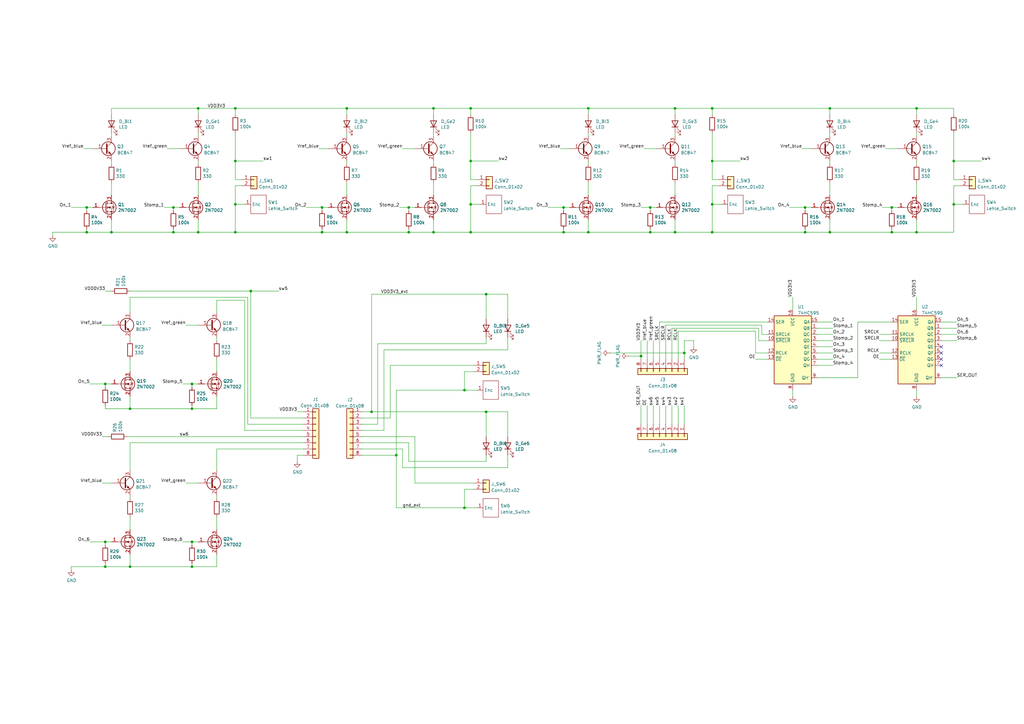
<source format=kicad_sch>
(kicad_sch (version 20211123) (generator eeschema)
  (paper "A3")
  (junction (at 43.18 222.25))
  (junction (at 280.67 144.78))
  (junction (at 199.39 168.91))
  (junction (at 193.04 66.04))
  (junction (at 35.56 95.25))
  (junction (at 81.28 95.25))
  (junction (at 96.52 95.25))
  (junction (at 167.64 85.09))
  (junction (at 132.08 85.09))
  (junction (at 102.87 119.38))
  (junction (at 96.52 44.45))
  (junction (at 71.12 95.25))
  (junction (at 375.92 44.45))
  (junction (at 96.52 83.82))
  (junction (at 43.18 232.41))
  (junction (at 340.36 44.45))
  (junction (at 193.04 83.82))
  (junction (at 152.4 168.91))
  (junction (at 292.1 83.82))
  (junction (at 78.74 222.25))
  (junction (at 193.04 95.25))
  (junction (at 190.5 208.28))
  (junction (at 340.36 95.25))
  (junction (at 241.3 95.25))
  (junction (at 391.16 83.82))
  (junction (at 96.52 66.04))
  (junction (at 266.7 95.25))
  (junction (at 231.14 85.09))
  (junction (at 262.89 146.05))
  (junction (at 81.28 44.45))
  (junction (at 177.8 95.25))
  (junction (at 78.74 167.64))
  (junction (at 71.12 85.09))
  (junction (at 292.1 44.45))
  (junction (at 45.72 95.25))
  (junction (at 190.5 160.02))
  (junction (at 162.56 186.69))
  (junction (at 53.34 167.64))
  (junction (at 132.08 95.25))
  (junction (at 35.56 85.09))
  (junction (at 330.2 85.09))
  (junction (at 43.18 157.48))
  (junction (at 292.1 66.04))
  (junction (at 241.3 44.45))
  (junction (at 266.7 85.09))
  (junction (at 365.76 95.25))
  (junction (at 292.1 95.25))
  (junction (at 330.2 95.25))
  (junction (at 193.04 44.45))
  (junction (at 391.16 66.04))
  (junction (at 365.76 85.09))
  (junction (at 199.39 120.65))
  (junction (at 142.24 44.45))
  (junction (at 231.14 95.25))
  (junction (at 78.74 157.48))
  (junction (at 276.86 95.25))
  (junction (at 167.64 95.25))
  (junction (at 177.8 44.45))
  (junction (at 142.24 95.25))
  (junction (at 78.74 232.41))
  (junction (at 276.86 44.45))
  (junction (at 53.34 232.41))
  (junction (at 375.92 95.25))
  (no_connect (at 386.08 142.24))
  (no_connect (at 386.08 144.78))
  (no_connect (at 386.08 147.32))
  (no_connect (at 386.08 149.86))
  (wire (pts (xy 100.33 123.19) (xy 100.33 176.53)))
  (wire (pts (xy 121.92 186.69) (xy 124.46 186.69)))
  (wire (pts (xy 309.88 147.32) (xy 314.96 147.32)))
  (wire (pts (xy 273.05 166.37) (xy 273.05 173.99)))
  (wire (pts (xy 391.16 73.66) (xy 393.7 73.66)))
  (wire (pts (xy 267.97 139.7) (xy 267.97 147.32)))
  (wire (pts (xy 241.3 44.45) (xy 241.3 46.99)))
  (wire (pts (xy 73.66 85.09) (xy 71.12 85.09)))
  (wire (pts (xy 165.1 184.15) (xy 148.59 184.15)))
  (wire (pts (xy 264.16 60.96) (xy 269.24 60.96)))
  (wire (pts (xy 45.72 54.61) (xy 45.72 55.88)))
  (wire (pts (xy 233.68 85.09) (xy 231.14 85.09)))
  (wire (pts (xy 208.28 191.77) (xy 165.1 191.77)))
  (wire (pts (xy 35.56 86.36) (xy 35.56 85.09)))
  (wire (pts (xy 193.04 76.2) (xy 193.04 83.82)))
  (wire (pts (xy 360.68 147.32) (xy 365.76 147.32)))
  (wire (pts (xy 391.16 83.82) (xy 391.16 95.25)))
  (wire (pts (xy 193.04 83.82) (xy 196.85 83.82)))
  (wire (pts (xy 365.76 93.98) (xy 365.76 95.25)))
  (wire (pts (xy 177.8 54.61) (xy 177.8 55.88)))
  (wire (pts (xy 88.9 184.15) (xy 88.9 193.04)))
  (wire (pts (xy 332.74 85.09) (xy 330.2 85.09)))
  (wire (pts (xy 335.28 149.86) (xy 341.63 149.86)))
  (wire (pts (xy 53.34 232.41) (xy 78.74 232.41)))
  (wire (pts (xy 21.59 96.52) (xy 21.59 95.25)))
  (wire (pts (xy 391.16 54.61) (xy 391.16 66.04)))
  (wire (pts (xy 88.9 147.32) (xy 88.9 152.4)))
  (wire (pts (xy 177.8 66.04) (xy 177.8 67.31)))
  (wire (pts (xy 53.34 147.32) (xy 53.34 152.4)))
  (wire (pts (xy 45.72 74.93) (xy 45.72 80.01)))
  (wire (pts (xy 88.9 227.33) (xy 88.9 232.41)))
  (wire (pts (xy 208.28 168.91) (xy 208.28 179.07)))
  (wire (pts (xy 78.74 232.41) (xy 88.9 232.41)))
  (wire (pts (xy 53.34 181.61) (xy 124.46 181.61)))
  (wire (pts (xy 199.39 168.91) (xy 199.39 179.07)))
  (wire (pts (xy 199.39 186.69) (xy 199.39 189.23)))
  (wire (pts (xy 43.18 222.25) (xy 36.83 222.25)))
  (wire (pts (xy 351.79 132.08) (xy 365.76 132.08)))
  (wire (pts (xy 314.96 139.7) (xy 311.15 139.7)))
  (wire (pts (xy 96.52 44.45) (xy 142.24 44.45)))
  (wire (pts (xy 193.04 66.04) (xy 193.04 73.66)))
  (wire (pts (xy 165.1 191.77) (xy 165.1 184.15)))
  (wire (pts (xy 250.19 144.78) (xy 280.67 144.78)))
  (wire (pts (xy 241.3 74.93) (xy 241.3 80.01)))
  (wire (pts (xy 292.1 66.04) (xy 303.53 66.04)))
  (wire (pts (xy 266.7 85.09) (xy 262.89 85.09)))
  (wire (pts (xy 292.1 44.45) (xy 340.36 44.45)))
  (wire (pts (xy 340.36 46.99) (xy 340.36 44.45)))
  (wire (pts (xy 81.28 44.45) (xy 96.52 44.45)))
  (wire (pts (xy 43.18 157.48) (xy 36.83 157.48)))
  (wire (pts (xy 96.52 66.04) (xy 96.52 73.66)))
  (wire (pts (xy 273.05 133.35) (xy 312.42 133.35)))
  (wire (pts (xy 121.92 168.91) (xy 124.46 168.91)))
  (wire (pts (xy 270.51 166.37) (xy 270.51 173.99)))
  (wire (pts (xy 162.56 160.02) (xy 162.56 186.69)))
  (wire (pts (xy 177.8 46.99) (xy 177.8 44.45)))
  (wire (pts (xy 375.92 66.04) (xy 375.92 67.31)))
  (wire (pts (xy 53.34 212.09) (xy 53.34 217.17)))
  (wire (pts (xy 193.04 95.25) (xy 177.8 95.25)))
  (wire (pts (xy 45.72 222.25) (xy 43.18 222.25)))
  (wire (pts (xy 148.59 168.91) (xy 152.4 168.91)))
  (wire (pts (xy 365.76 95.25) (xy 375.92 95.25)))
  (wire (pts (xy 292.1 83.82) (xy 292.1 95.25)))
  (wire (pts (xy 190.5 152.4) (xy 190.5 160.02)))
  (wire (pts (xy 53.34 119.38) (xy 102.87 119.38)))
  (wire (pts (xy 292.1 44.45) (xy 292.1 46.99)))
  (wire (pts (xy 170.18 179.07) (xy 148.59 179.07)))
  (wire (pts (xy 167.64 86.36) (xy 167.64 85.09)))
  (wire (pts (xy 38.1 85.09) (xy 35.56 85.09)))
  (wire (pts (xy 43.18 231.14) (xy 43.18 232.41)))
  (wire (pts (xy 88.9 203.2) (xy 88.9 204.47)))
  (wire (pts (xy 53.34 121.92) (xy 101.6 121.92)))
  (wire (pts (xy 208.28 120.65) (xy 208.28 130.81)))
  (wire (pts (xy 276.86 74.93) (xy 276.86 80.01)))
  (wire (pts (xy 275.59 166.37) (xy 275.59 173.99)))
  (wire (pts (xy 292.1 95.25) (xy 330.2 95.25)))
  (wire (pts (xy 391.16 66.04) (xy 402.59 66.04)))
  (wire (pts (xy 280.67 144.78) (xy 280.67 147.32)))
  (wire (pts (xy 132.08 93.98) (xy 132.08 95.25)))
  (wire (pts (xy 53.34 167.64) (xy 43.18 167.64)))
  (wire (pts (xy 231.14 93.98) (xy 231.14 95.25)))
  (wire (pts (xy 78.74 158.75) (xy 78.74 157.48)))
  (wire (pts (xy 386.08 134.62) (xy 392.43 134.62)))
  (wire (pts (xy 194.31 200.66) (xy 190.5 200.66)))
  (wire (pts (xy 162.56 160.02) (xy 190.5 160.02)))
  (wire (pts (xy 53.34 121.92) (xy 53.34 128.27)))
  (wire (pts (xy 152.4 120.65) (xy 199.39 120.65)))
  (wire (pts (xy 41.91 133.35) (xy 45.72 133.35)))
  (wire (pts (xy 325.12 121.92) (xy 325.12 127)))
  (wire (pts (xy 41.91 179.07) (xy 44.45 179.07)))
  (wire (pts (xy 368.3 85.09) (xy 365.76 85.09)))
  (wire (pts (xy 391.16 76.2) (xy 391.16 83.82)))
  (wire (pts (xy 167.64 93.98) (xy 167.64 95.25)))
  (wire (pts (xy 165.1 60.96) (xy 170.18 60.96)))
  (wire (pts (xy 292.1 76.2) (xy 292.1 83.82)))
  (wire (pts (xy 386.08 137.16) (xy 392.43 137.16)))
  (wire (pts (xy 262.89 166.37) (xy 262.89 173.99)))
  (wire (pts (xy 340.36 95.25) (xy 330.2 95.25)))
  (wire (pts (xy 162.56 208.28) (xy 190.5 208.28)))
  (wire (pts (xy 96.52 95.25) (xy 81.28 95.25)))
  (wire (pts (xy 96.52 83.82) (xy 96.52 95.25)))
  (wire (pts (xy 351.79 154.94) (xy 351.79 132.08)))
  (wire (pts (xy 292.1 54.61) (xy 292.1 66.04)))
  (wire (pts (xy 193.04 95.25) (xy 231.14 95.25)))
  (wire (pts (xy 78.74 223.52) (xy 78.74 222.25)))
  (wire (pts (xy 43.18 119.38) (xy 45.72 119.38)))
  (wire (pts (xy 194.31 149.86) (xy 160.02 149.86)))
  (wire (pts (xy 88.9 123.19) (xy 88.9 128.27)))
  (wire (pts (xy 142.24 95.25) (xy 132.08 95.25)))
  (wire (pts (xy 292.1 66.04) (xy 292.1 73.66)))
  (wire (pts (xy 391.16 83.82) (xy 394.97 83.82)))
  (wire (pts (xy 335.28 147.32) (xy 341.63 147.32)))
  (wire (pts (xy 309.88 144.78) (xy 314.96 144.78)))
  (wire (pts (xy 45.72 66.04) (xy 45.72 67.31)))
  (wire (pts (xy 262.89 146.05) (xy 262.89 147.32)))
  (wire (pts (xy 386.08 154.94) (xy 392.43 154.94)))
  (wire (pts (xy 29.21 233.68) (xy 29.21 232.41)))
  (wire (pts (xy 241.3 95.25) (xy 266.7 95.25)))
  (wire (pts (xy 199.39 138.43) (xy 199.39 140.97)))
  (wire (pts (xy 335.28 132.08) (xy 341.63 132.08)))
  (wire (pts (xy 280.67 166.37) (xy 280.67 173.99)))
  (wire (pts (xy 391.16 66.04) (xy 391.16 73.66)))
  (wire (pts (xy 142.24 90.17) (xy 142.24 95.25)))
  (wire (pts (xy 340.36 44.45) (xy 375.92 44.45)))
  (wire (pts (xy 280.67 139.7) (xy 280.67 144.78)))
  (wire (pts (xy 170.18 85.09) (xy 167.64 85.09)))
  (wire (pts (xy 276.86 90.17) (xy 276.86 95.25)))
  (wire (pts (xy 34.29 60.96) (xy 38.1 60.96)))
  (wire (pts (xy 71.12 95.25) (xy 81.28 95.25)))
  (wire (pts (xy 81.28 157.48) (xy 78.74 157.48)))
  (wire (pts (xy 365.76 86.36) (xy 365.76 85.09)))
  (wire (pts (xy 167.64 181.61) (xy 148.59 181.61)))
  (wire (pts (xy 43.18 158.75) (xy 43.18 157.48)))
  (wire (pts (xy 78.74 157.48) (xy 74.93 157.48)))
  (wire (pts (xy 167.64 85.09) (xy 163.83 85.09)))
  (wire (pts (xy 190.5 200.66) (xy 190.5 208.28)))
  (wire (pts (xy 265.43 166.37) (xy 265.43 173.99)))
  (wire (pts (xy 162.56 186.69) (xy 162.56 208.28)))
  (wire (pts (xy 96.52 76.2) (xy 96.52 83.82)))
  (wire (pts (xy 199.39 120.65) (xy 199.39 130.81)))
  (wire (pts (xy 71.12 86.36) (xy 71.12 85.09)))
  (wire (pts (xy 199.39 120.65) (xy 208.28 120.65)))
  (wire (pts (xy 335.28 139.7) (xy 341.63 139.7)))
  (wire (pts (xy 340.36 66.04) (xy 340.36 67.31)))
  (wire (pts (xy 340.36 54.61) (xy 340.36 55.88)))
  (wire (pts (xy 41.91 198.12) (xy 45.72 198.12)))
  (wire (pts (xy 375.92 74.93) (xy 375.92 80.01)))
  (wire (pts (xy 148.59 173.99) (xy 154.94 173.99)))
  (wire (pts (xy 309.88 135.89) (xy 309.88 144.78)))
  (wire (pts (xy 276.86 46.99) (xy 276.86 44.45)))
  (wire (pts (xy 231.14 86.36) (xy 231.14 85.09)))
  (wire (pts (xy 71.12 85.09) (xy 67.31 85.09)))
  (wire (pts (xy 267.97 166.37) (xy 267.97 173.99)))
  (wire (pts (xy 273.05 133.35) (xy 273.05 147.32)))
  (wire (pts (xy 360.68 139.7) (xy 365.76 139.7)))
  (wire (pts (xy 278.13 166.37) (xy 278.13 173.99)))
  (wire (pts (xy 152.4 120.65) (xy 152.4 168.91)))
  (wire (pts (xy 88.9 162.56) (xy 88.9 167.64)))
  (wire (pts (xy 68.58 60.96) (xy 73.66 60.96)))
  (wire (pts (xy 193.04 83.82) (xy 193.04 95.25)))
  (wire (pts (xy 363.22 60.96) (xy 368.3 60.96)))
  (wire (pts (xy 160.02 149.86) (xy 160.02 171.45)))
  (wire (pts (xy 102.87 119.38) (xy 102.87 171.45)))
  (wire (pts (xy 311.15 139.7) (xy 311.15 134.62)))
  (wire (pts (xy 278.13 135.89) (xy 309.88 135.89)))
  (wire (pts (xy 132.08 86.36) (xy 132.08 85.09)))
  (wire (pts (xy 142.24 54.61) (xy 142.24 55.88)))
  (wire (pts (xy 148.59 176.53) (xy 157.48 176.53)))
  (wire (pts (xy 190.5 160.02) (xy 195.58 160.02)))
  (wire (pts (xy 81.28 90.17) (xy 81.28 95.25)))
  (wire (pts (xy 43.18 223.52) (xy 43.18 222.25)))
  (wire (pts (xy 96.52 73.66) (xy 99.06 73.66)))
  (wire (pts (xy 81.28 54.61) (xy 81.28 55.88)))
  (wire (pts (xy 53.34 203.2) (xy 53.34 204.47)))
  (wire (pts (xy 241.3 44.45) (xy 276.86 44.45)))
  (wire (pts (xy 53.34 162.56) (xy 53.34 167.64)))
  (wire (pts (xy 193.04 54.61) (xy 193.04 66.04)))
  (wire (pts (xy 241.3 95.25) (xy 231.14 95.25)))
  (wire (pts (xy 81.28 222.25) (xy 78.74 222.25)))
  (wire (pts (xy 330.2 86.36) (xy 330.2 85.09)))
  (wire (pts (xy 167.64 181.61) (xy 167.64 189.23)))
  (wire (pts (xy 45.72 157.48) (xy 43.18 157.48)))
  (wire (pts (xy 284.48 142.24) (xy 284.48 139.7)))
  (wire (pts (xy 142.24 46.99) (xy 142.24 44.45)))
  (wire (pts (xy 190.5 208.28) (xy 195.58 208.28)))
  (wire (pts (xy 101.6 121.92) (xy 101.6 173.99)))
  (wire (pts (xy 275.59 134.62) (xy 275.59 147.32)))
  (wire (pts (xy 292.1 83.82) (xy 295.91 83.82)))
  (wire (pts (xy 81.28 66.04) (xy 81.28 67.31)))
  (wire (pts (xy 71.12 93.98) (xy 71.12 95.25)))
  (wire (pts (xy 340.36 74.93) (xy 340.36 80.01)))
  (wire (pts (xy 208.28 186.69) (xy 208.28 191.77)))
  (wire (pts (xy 330.2 85.09) (xy 323.85 85.09)))
  (wire (pts (xy 53.34 227.33) (xy 53.34 232.41)))
  (wire (pts (xy 266.7 86.36) (xy 266.7 85.09)))
  (wire (pts (xy 330.2 93.98) (xy 330.2 95.25)))
  (wire (pts (xy 335.28 144.78) (xy 341.63 144.78)))
  (wire (pts (xy 53.34 232.41) (xy 43.18 232.41)))
  (wire (pts (xy 78.74 231.14) (xy 78.74 232.41)))
  (wire (pts (xy 193.04 44.45) (xy 241.3 44.45)))
  (wire (pts (xy 393.7 76.2) (xy 391.16 76.2)))
  (wire (pts (xy 365.76 85.09) (xy 361.95 85.09)))
  (wire (pts (xy 241.3 66.04) (xy 241.3 67.31)))
  (wire (pts (xy 375.92 46.99) (xy 375.92 44.45)))
  (wire (pts (xy 360.68 137.16) (xy 365.76 137.16)))
  (wire (pts (xy 99.06 76.2) (xy 96.52 76.2)))
  (wire (pts (xy 96.52 44.45) (xy 96.52 46.99)))
  (wire (pts (xy 88.9 123.19) (xy 100.33 123.19)))
  (wire (pts (xy 276.86 44.45) (xy 292.1 44.45)))
  (wire (pts (xy 199.39 168.91) (xy 208.28 168.91)))
  (wire (pts (xy 167.64 95.25) (xy 177.8 95.25)))
  (wire (pts (xy 257.81 146.05) (xy 262.89 146.05)))
  (wire (pts (xy 335.28 142.24) (xy 341.63 142.24)))
  (wire (pts (xy 45.72 95.25) (xy 71.12 95.25)))
  (wire (pts (xy 102.87 171.45) (xy 124.46 171.45)))
  (wire (pts (xy 148.59 186.69) (xy 162.56 186.69)))
  (wire (pts (xy 43.18 166.37) (xy 43.18 167.64)))
  (wire (pts (xy 177.8 74.93) (xy 177.8 80.01)))
  (wire (pts (xy 269.24 85.09) (xy 266.7 85.09)))
  (wire (pts (xy 312.42 133.35) (xy 312.42 137.16)))
  (wire (pts (xy 335.28 154.94) (xy 351.79 154.94)))
  (wire (pts (xy 335.28 137.16) (xy 341.63 137.16)))
  (wire (pts (xy 276.86 66.04) (xy 276.86 67.31)))
  (wire (pts (xy 35.56 95.25) (xy 21.59 95.25)))
  (wire (pts (xy 88.9 138.43) (xy 88.9 139.7)))
  (wire (pts (xy 96.52 54.61) (xy 96.52 66.04)))
  (wire (pts (xy 265.43 139.7) (xy 265.43 147.32)))
  (wire (pts (xy 53.34 138.43) (xy 53.34 139.7)))
  (wire (pts (xy 81.28 46.99) (xy 81.28 44.45)))
  (wire (pts (xy 229.87 60.96) (xy 233.68 60.96)))
  (wire (pts (xy 328.93 60.96) (xy 332.74 60.96)))
  (wire (pts (xy 177.8 44.45) (xy 193.04 44.45)))
  (wire (pts (xy 81.28 74.93) (xy 81.28 80.01)))
  (wire (pts (xy 88.9 184.15) (xy 124.46 184.15)))
  (wire (pts (xy 386.08 132.08) (xy 392.43 132.08)))
  (wire (pts (xy 53.34 167.64) (xy 78.74 167.64)))
  (wire (pts (xy 88.9 212.09) (xy 88.9 217.17)))
  (wire (pts (xy 76.2 133.35) (xy 81.28 133.35)))
  (wire (pts (xy 386.08 139.7) (xy 392.43 139.7)))
  (wire (pts (xy 121.92 189.23) (xy 121.92 186.69)))
  (wire (pts (xy 152.4 168.91) (xy 199.39 168.91)))
  (wire (pts (xy 170.18 198.12) (xy 170.18 179.07)))
  (wire (pts (xy 132.08 85.09) (xy 125.73 85.09)))
  (wire (pts (xy 391.16 44.45) (xy 391.16 46.99)))
  (wire (pts (xy 52.07 179.07) (xy 124.46 179.07)))
  (wire (pts (xy 45.72 46.99) (xy 45.72 44.45)))
  (wire (pts (xy 280.67 139.7) (xy 284.48 139.7)))
  (wire (pts (xy 340.36 90.17) (xy 340.36 95.25)))
  (wire (pts (xy 266.7 93.98) (xy 266.7 95.25)))
  (wire (pts (xy 154.94 140.97) (xy 199.39 140.97)))
  (wire (pts (xy 142.24 95.25) (xy 167.64 95.25)))
  (wire (pts (xy 194.31 198.12) (xy 170.18 198.12)))
  (wire (pts (xy 276.86 54.61) (xy 276.86 55.88)))
  (wire (pts (xy 375.92 162.56) (xy 375.92 160.02)))
  (wire (pts (xy 193.04 66.04) (xy 204.47 66.04)))
  (wire (pts (xy 292.1 73.66) (xy 294.64 73.66)))
  (wire (pts (xy 35.56 93.98) (xy 35.56 95.25)))
  (wire (pts (xy 134.62 85.09) (xy 132.08 85.09)))
  (wire (pts (xy 335.28 134.62) (xy 341.63 134.62)))
  (wire (pts (xy 96.52 95.25) (xy 132.08 95.25)))
  (wire (pts (xy 262.89 139.7) (xy 262.89 146.05)))
  (wire (pts (xy 142.24 66.04) (xy 142.24 67.31)))
  (wire (pts (xy 194.31 152.4) (xy 190.5 152.4)))
  (wire (pts (xy 208.28 138.43) (xy 208.28 143.51)))
  (wire (pts (xy 241.3 54.61) (xy 241.3 55.88)))
  (wire (pts (xy 193.04 44.45) (xy 193.04 46.99)))
  (wire (pts (xy 142.24 74.93) (xy 142.24 80.01)))
  (wire (pts (xy 314.96 132.08) (xy 270.51 132.08)))
  (wire (pts (xy 312.42 137.16) (xy 314.96 137.16)))
  (wire (pts (xy 278.13 135.89) (xy 278.13 147.32)))
  (wire (pts (xy 130.81 60.96) (xy 134.62 60.96)))
  (wire (pts (xy 193.04 73.66) (xy 195.58 73.66)))
  (wire (pts (xy 231.14 85.09) (xy 224.79 85.09)))
  (wire (pts (xy 35.56 85.09) (xy 29.21 85.09)))
  (wire (pts (xy 241.3 90.17) (xy 241.3 95.25)))
  (wire (pts (xy 266.7 95.25) (xy 276.86 95.25)))
  (wire (pts (xy 391.16 95.25) (xy 375.92 95.25)))
  (wire (pts (xy 101.6 173.99) (xy 124.46 173.99)))
  (wire (pts (xy 325.12 162.56) (xy 325.12 160.02)))
  (wire (pts (xy 311.15 134.62) (xy 275.59 134.62)))
  (wire (pts (xy 375.92 44.45) (xy 391.16 44.45)))
  (wire (pts (xy 45.72 95.25) (xy 35.56 95.25)))
  (wire (pts (xy 160.02 171.45) (xy 148.59 171.45)))
  (wire (pts (xy 340.36 95.25) (xy 365.76 95.25)))
  (wire (pts (xy 157.48 143.51) (xy 208.28 143.51)))
  (wire (pts (xy 100.33 176.53) (xy 124.46 176.53)))
  (wire (pts (xy 78.74 167.64) (xy 88.9 167.64)))
  (wire (pts (xy 78.74 166.37) (xy 78.74 167.64)))
  (wire (pts (xy 294.64 76.2) (xy 292.1 76.2)))
  (wire (pts (xy 270.51 132.08) (xy 270.51 147.32)))
  (wire (pts (xy 177.8 90.17) (xy 177.8 95.25)))
  (wire (pts (xy 45.72 90.17) (xy 45.72 95.25)))
  (wire (pts (xy 154.94 173.99) (xy 154.94 140.97)))
  (wire (pts (xy 375.92 90.17) (xy 375.92 95.25)))
  (wire (pts (xy 292.1 95.25) (xy 276.86 95.25)))
  (wire (pts (xy 195.58 76.2) (xy 193.04 76.2)))
  (wire (pts (xy 78.74 222.25) (xy 74.93 222.25)))
  (wire (pts (xy 102.87 119.38) (xy 114.3 119.38)))
  (wire (pts (xy 142.24 44.45) (xy 177.8 44.45)))
  (wire (pts (xy 96.52 83.82) (xy 100.33 83.82)))
  (wire (pts (xy 375.92 54.61) (xy 375.92 55.88)))
  (wire (pts (xy 53.34 181.61) (xy 53.34 193.04)))
  (wire (pts (xy 157.48 176.53) (xy 157.48 143.51)))
  (wire (pts (xy 76.2 198.12) (xy 81.28 198.12)))
  (wire (pts (xy 43.18 232.41) (xy 29.21 232.41)))
  (wire (pts (xy 375.92 121.92) (xy 375.92 127)))
  (wire (pts (xy 45.72 44.45) (xy 81.28 44.45)))
  (wire (pts (xy 360.68 144.78) (xy 365.76 144.78)))
  (wire (pts (xy 199.39 189.23) (xy 167.64 189.23)))
  (wire (pts (xy 96.52 66.04) (xy 107.95 66.04)))
  (label "Stomp_1" (at 67.31 85.09 180))
  (label "RCLK" (at 278.13 139.7 90))
  (label "sw5" (at 114.3 119.38 0))
  (label "SRCLR" (at 360.68 139.7 180))
  (label "VDD3V3" (at 375.92 121.92 90))
  (label "sw2" (at 278.13 166.37 90))
  (label "SRCLK" (at 360.68 137.16 180))
  (label "Vref_green" (at 264.16 60.96 180))
  (label "Vref_blue" (at 328.93 60.96 180))
  (label "Vref_blue" (at 41.91 133.35 180))
  (label "Stomp_2" (at 341.63 139.7 0))
  (label "On_4" (at 323.85 85.09 180))
  (label "sw6" (at 267.97 166.37 90))
  (label "sw3" (at 275.59 166.37 90))
  (label "Vref_green" (at 267.97 139.7 90))
  (label "Vref_green" (at 76.2 133.35 180))
  (label "On_6" (at 392.43 137.16 0))
  (label "On_4" (at 341.63 147.32 0))
  (label "sw1" (at 280.67 166.37 90))
  (label "Vref_blue" (at 265.43 139.7 90))
  (label "OE" (at 360.68 147.32 180))
  (label "OE" (at 309.88 147.32 180))
  (label "OE" (at 265.43 166.37 90))
  (label "On_6" (at 36.83 222.25 180))
  (label "sw4" (at 402.59 66.04 0))
  (label "VDD3V3" (at 121.92 168.91 180))
  (label "Stomp_6" (at 392.43 139.7 0))
  (label "gnd_ext" (at 165.1 208.28 0))
  (label "SRCLK" (at 270.51 139.7 90))
  (label "sw3" (at 303.53 66.04 0))
  (label "On_1" (at 341.63 132.08 0))
  (label "Stomp_5" (at 74.93 157.48 180))
  (label "On_2" (at 341.63 137.16 0))
  (label "SER_OUT" (at 262.89 166.37 90))
  (label "Stomp_6" (at 74.93 222.25 180))
  (label "On_3" (at 224.79 85.09 180))
  (label "Vref_green" (at 68.58 60.96 180))
  (label "Stomp_5" (at 392.43 134.62 0))
  (label "VDD0V33" (at 43.18 119.38 180))
  (label "sw2" (at 204.47 66.04 0))
  (label "Stomp_4" (at 361.95 85.09 180))
  (label "sw5" (at 270.51 166.37 90))
  (label "Stomp_2" (at 163.83 85.09 180))
  (label "sw1" (at 107.95 66.04 0))
  (label "Vref_blue" (at 41.91 198.12 180))
  (label "Vref_blue" (at 34.29 60.96 180))
  (label "RCLK" (at 275.59 139.7 90))
  (label "Vref_green" (at 363.22 60.96 180))
  (label "Vref_green" (at 76.2 198.12 180))
  (label "On_1" (at 29.21 85.09 180))
  (label "sw6" (at 73.66 179.07 0))
  (label "RCLK" (at 360.68 144.78 180))
  (label "Vref_blue" (at 229.87 60.96 180))
  (label "SRCLR" (at 273.05 139.7 90))
  (label "On_3" (at 341.63 142.24 0))
  (label "On_5" (at 36.83 157.48 180))
  (label "VDD3V3" (at 262.89 139.7 90))
  (label "VDD0V33" (at 41.91 179.07 180))
  (label "VDD3V3" (at 85.09 44.45 0))
  (label "On_5" (at 392.43 132.08 0))
  (label "Vref_green" (at 165.1 60.96 180))
  (label "Stomp_4" (at 341.63 149.86 0))
  (label "Stomp_3" (at 341.63 144.78 0))
  (label "On_2" (at 125.73 85.09 180))
  (label "Vref_blue" (at 130.81 60.96 180))
  (label "Stomp_3" (at 262.89 85.09 180))
  (label "VDD3V3_ext" (at 156.21 120.65 0))
  (label "sw4" (at 273.05 166.37 90))
  (label "VDD3V3" (at 325.12 121.92 90))
  (label "Stomp_1" (at 341.63 134.62 0))
  (label "SER_OUT" (at 392.43 154.94 0))
  (symbol (lib_id "Device:LED") (at 45.72 50.8 90) (unit 1)
    (property "Reference" "D_Bl1" (at 48.7172 49.8094 90) (effects (justify right)))
    (property "Value" "LED" (at 48.7172 52.1208 90) (effects (justify right)))
    (property "Footprint" "LED_THT:LED_D3.0mm" (effects hide))
  )
  (symbol (lib_id "Device:LED") (at 81.28 50.8 90) (unit 1)
    (property "Reference" "D_Ge1" (at 84.2772 49.8094 90) (effects (justify right)))
    (property "Value" "LED" (at 84.2772 52.1208 90) (effects (justify right)))
    (property "Footprint" "LED_THT:LED_D3.0mm" (effects hide))
  )
  (symbol (lib_id "Device:R") (at 96.52 50.8 0) (unit 1)
    (property "Reference" "R3" (at 98.298 49.6316 0) (effects (justify left)))
    (property "Value" "100k" (at 98.298 51.943 0) (effects (justify left)))
    (property "Footprint" "Resistor_SMD:R_1206_3216Metric_Pad1.30x1.75mm_HandSolder" (effects hide))
  )
  (symbol (lib_id "Transistor_FET:2N7002") (at 43.18 85.09 0) (unit 1)
    (property "Reference" "Q1" (at 48.3616 83.9216 0) (effects (justify left)))
    (property "Value" "2N7002" (at 48.3616 86.233 0) (effects (justify left)))
    (property "Footprint" "Package_TO_SOT_SMD:SOT-23" (effects hide))
    (property "Datasheet" "https://www.onsemi.com/pub/Collateral/NDS7002A-D.PDF" (effects hide))
  )
  (symbol (lib_id "Transistor_FET:2N7002") (at 78.74 85.09 0) (unit 1)
    (property "Reference" "Q2" (at 83.9216 83.9216 0) (effects (justify left)))
    (property "Value" "2N7002" (at 83.9216 86.233 0) (effects (justify left)))
    (property "Footprint" "Package_TO_SOT_SMD:SOT-23" (effects hide))
    (property "Datasheet" "https://www.onsemi.com/pub/Collateral/NDS7002A-D.PDF" (effects hide))
  )
  (symbol (lib_id "power:GND") (at 21.59 96.52 0) (unit 1)
    (property "Reference" "#PWR0102" (effects hide))
    (property "Value" "GND" (at 21.717 100.9142 0))
  )
  (symbol (lib_id "Device:R") (at 35.56 90.17 0) (unit 1)
    (property "Reference" "R4" (at 37.338 89.0016 0) (effects (justify left)))
    (property "Value" "100k" (at 37.338 91.313 0) (effects (justify left)))
    (property "Footprint" "Resistor_SMD:R_1206_3216Metric_Pad1.30x1.75mm_HandSolder" (effects hide))
  )
  (symbol (lib_id "Device:R") (at 71.12 90.17 0) (unit 1)
    (property "Reference" "R5" (at 72.898 89.0016 0) (effects (justify left)))
    (property "Value" "100k" (at 72.898 91.313 0) (effects (justify left)))
    (property "Footprint" "Resistor_SMD:R_1206_3216Metric_Pad1.30x1.75mm_HandSolder" (effects hide))
  )
  (symbol (lib_id "Device:R") (at 78.74 227.33 0) (unit 1)
    (property "Reference" "R30" (at 80.518 226.1616 0) (effects (justify left)))
    (property "Value" "100k" (at 80.518 228.473 0) (effects (justify left)))
    (property "Footprint" "Resistor_SMD:R_1206_3216Metric_Pad1.30x1.75mm_HandSolder" (effects hide))
  )
  (symbol (lib_id "KiCad_Libs:Lehle_Switch") (at 295.91 83.82 0) (unit 1)
    (property "Reference" "SW3" (at 305.5112 82.9853 0) (effects (justify left)))
    (property "Value" "Lehle_Switch" (at 305.5112 85.5222 0) (effects (justify left)))
    (property "Footprint" "KiCad_Libs:LehleSwitch" (effects hide))
  )
  (symbol (lib_id "Connector_Generic:Conn_01x02") (at 104.14 73.66 0) (unit 1)
    (property "Reference" "J_SW1" (at 106.172 74.0953 0) (effects (justify left)))
    (property "Value" "Conn_01x02" (at 106.172 76.6322 0) (effects (justify left)))
    (property "Footprint" "Connector_JST:JST_PH_B2B-PH-K_1x02_P2.00mm_Vertical" (effects hide))
  )
  (symbol (lib_id "74xx:74HC595") (at 375.92 142.24 0) (unit 1)
    (property "Reference" "U2" (at 377.9394 125.8402 0) (effects (justify left)))
    (property "Value" "74HC595" (at 377.9394 128.3771 0) (effects (justify left)))
    (property "Footprint" "SamacSys_Parts:SOIC127P600X175-16N" (effects hide))
    (property "Datasheet" "http://www.ti.com/lit/ds/symlink/sn74hc595.pdf" (effects hide))
  )
  (symbol (lib_id "Device:R") (at 266.7 90.17 0) (unit 1)
    (property "Reference" "R13" (at 268.478 89.0016 0) (effects (justify left)))
    (property "Value" "100k" (at 268.478 91.313 0) (effects (justify left)))
    (property "Footprint" "Resistor_SMD:R_1206_3216Metric_Pad1.30x1.75mm_HandSolder" (effects hide))
  )
  (symbol (lib_id "Connector_Generic:Conn_01x02") (at 199.39 198.12 0) (unit 1)
    (property "Reference" "J_SW6" (at 201.422 198.5553 0) (effects (justify left)))
    (property "Value" "Conn_01x02" (at 201.422 201.0922 0) (effects (justify left)))
    (property "Footprint" "Connector_JST:JST_PH_B2B-PH-K_1x02_P2.00mm_Vertical" (effects hide))
  )
  (symbol (lib_id "Device:R") (at 241.3 71.12 0) (unit 1)
    (property "Reference" "R12" (at 243.078 69.9516 0) (effects (justify left)))
    (property "Value" "330" (at 243.078 72.263 0) (effects (justify left)))
    (property "Footprint" "Resistor_SMD:R_1206_3216Metric_Pad1.30x1.75mm_HandSolder" (effects hide))
  )
  (symbol (lib_id "Transistor_BJT:BC847") (at 274.32 60.96 0) (unit 1)
    (property "Reference" "Q11" (at 279.1714 60.1253 0) (effects (justify left)))
    (property "Value" "BC847" (at 279.1714 62.6622 0) (effects (justify left)))
    (property "Footprint" "Package_TO_SOT_SMD:SOT-23" (effects hide))
    (property "Datasheet" "http://www.infineon.com/dgdl/Infineon-BC847SERIES_BC848SERIES_BC849SERIES_BC850SERIES-DS-v01_01-en.pdf?fileId=db3a304314dca389011541d4630a1657" (effects hide))
  )
  (symbol (lib_id "Device:LED") (at 208.28 182.88 90) (unit 1)
    (property "Reference" "D_Ge6" (at 211.2772 181.8894 90) (effects (justify right)))
    (property "Value" "LED" (at 211.2772 184.2008 90) (effects (justify right)))
    (property "Footprint" "LED_THT:LED_D3.0mm" (effects hide))
  )
  (symbol (lib_id "Device:R") (at 53.34 208.28 0) (unit 1)
    (property "Reference" "R27" (at 55.118 207.1116 0) (effects (justify left)))
    (property "Value" "330" (at 55.118 209.423 0) (effects (justify left)))
    (property "Footprint" "Resistor_SMD:R_1206_3216Metric_Pad1.30x1.75mm_HandSolder" (effects hide))
  )
  (symbol (lib_id "Transistor_FET:2N7002") (at 86.36 157.48 0) (unit 1)
    (property "Reference" "Q20" (at 91.5416 156.3116 0) (effects (justify left)))
    (property "Value" "2N7002" (at 91.5416 158.623 0) (effects (justify left)))
    (property "Footprint" "Package_TO_SOT_SMD:SOT-23" (effects hide))
    (property "Datasheet" "https://www.onsemi.com/pub/Collateral/NDS7002A-D.PDF" (effects hide))
  )
  (symbol (lib_id "Device:R") (at 132.08 90.17 0) (unit 1)
    (property "Reference" "R6" (at 133.858 89.0016 0) (effects (justify left)))
    (property "Value" "100k" (at 133.858 91.313 0) (effects (justify left)))
    (property "Footprint" "Resistor_SMD:R_1206_3216Metric_Pad1.30x1.75mm_HandSolder" (effects hide))
  )
  (symbol (lib_id "Transistor_BJT:BC847") (at 139.7 60.96 0) (unit 1)
    (property "Reference" "Q5" (at 144.5514 60.1253 0) (effects (justify left)))
    (property "Value" "BC847" (at 144.5514 62.6622 0) (effects (justify left)))
    (property "Footprint" "Package_TO_SOT_SMD:SOT-23" (effects hide))
    (property "Datasheet" "http://www.infineon.com/dgdl/Infineon-BC847SERIES_BC848SERIES_BC849SERIES_BC850SERIES-DS-v01_01-en.pdf?fileId=db3a304314dca389011541d4630a1657" (effects hide))
  )
  (symbol (lib_id "KiCad_Libs:Lehle_Switch") (at 196.85 83.82 0) (unit 1)
    (property "Reference" "SW2" (at 206.4512 82.9853 0) (effects (justify left)))
    (property "Value" "Lehle_Switch" (at 206.4512 85.5222 0) (effects (justify left)))
    (property "Footprint" "KiCad_Libs:LehleSwitch" (effects hide))
  )
  (symbol (lib_id "power:GND") (at 375.92 162.56 0) (unit 1)
    (property "Reference" "#PWR0104" (effects hide))
    (property "Value" "GND" (at 376.047 166.9542 0))
  )
  (symbol (lib_id "Transistor_BJT:BC847") (at 373.38 60.96 0) (unit 1)
    (property "Reference" "Q15" (at 378.2314 60.1253 0) (effects (justify left)))
    (property "Value" "BC847" (at 378.2314 62.6622 0) (effects (justify left)))
    (property "Footprint" "Package_TO_SOT_SMD:SOT-23" (effects hide))
    (property "Datasheet" "http://www.infineon.com/dgdl/Infineon-BC847SERIES_BC848SERIES_BC849SERIES_BC850SERIES-DS-v01_01-en.pdf?fileId=db3a304314dca389011541d4630a1657" (effects hide))
  )
  (symbol (lib_id "Device:R") (at 78.74 162.56 0) (unit 1)
    (property "Reference" "R25" (at 80.518 161.3916 0) (effects (justify left)))
    (property "Value" "100k" (at 80.518 163.703 0) (effects (justify left)))
    (property "Footprint" "Resistor_SMD:R_1206_3216Metric_Pad1.30x1.75mm_HandSolder" (effects hide))
  )
  (symbol (lib_id "Transistor_FET:2N7002") (at 337.82 85.09 0) (unit 1)
    (property "Reference" "Q14" (at 343.0016 83.9216 0) (effects (justify left)))
    (property "Value" "2N7002" (at 343.0016 86.233 0) (effects (justify left)))
    (property "Footprint" "Package_TO_SOT_SMD:SOT-23" (effects hide))
    (property "Datasheet" "https://www.onsemi.com/pub/Collateral/NDS7002A-D.PDF" (effects hide))
  )
  (symbol (lib_id "power:GND") (at 121.92 189.23 0) (unit 1)
    (property "Reference" "#PWR01" (effects hide))
    (property "Value" "GND" (at 122.047 193.6242 0))
  )
  (symbol (lib_id "Device:R") (at 340.36 71.12 0) (unit 1)
    (property "Reference" "R17" (at 342.138 69.9516 0) (effects (justify left)))
    (property "Value" "330" (at 342.138 72.263 0) (effects (justify left)))
    (property "Footprint" "Resistor_SMD:R_1206_3216Metric_Pad1.30x1.75mm_HandSolder" (effects hide))
  )
  (symbol (lib_id "Transistor_BJT:BC847") (at 337.82 60.96 0) (unit 1)
    (property "Reference" "Q13" (at 342.6714 60.1253 0) (effects (justify left)))
    (property "Value" "BC847" (at 342.6714 62.6622 0) (effects (justify left)))
    (property "Footprint" "Package_TO_SOT_SMD:SOT-23" (effects hide))
    (property "Datasheet" "http://www.infineon.com/dgdl/Infineon-BC847SERIES_BC848SERIES_BC849SERIES_BC850SERIES-DS-v01_01-en.pdf?fileId=db3a304314dca389011541d4630a1657" (effects hide))
  )
  (symbol (lib_id "74xx:74HC595") (at 325.12 142.24 0) (unit 1)
    (property "Reference" "U1" (at 327.1394 125.8402 0) (effects (justify left)))
    (property "Value" "74HC595" (at 327.1394 128.3771 0) (effects (justify left)))
    (property "Footprint" "SamacSys_Parts:SOIC127P600X175-16N" (effects hide))
    (property "Datasheet" "http://www.ti.com/lit/ds/symlink/sn74hc595.pdf" (effects hide))
  )
  (symbol (lib_id "Connector_Generic:Conn_01x08") (at 273.05 152.4 270) (unit 1)
    (property "Reference" "J3" (at 271.78 155.7004 90))
    (property "Value" "Conn_01x08" (at 271.78 158.2373 90))
    (property "Footprint" "Connector_JST:JST_PH_B8B-PH-K_1x08_P2.00mm_Vertical" (effects hide))
  )
  (symbol (lib_id "power:GND") (at 284.48 142.24 0) (unit 1)
    (property "Reference" "#PWR03" (effects hide))
    (property "Value" "GND" (at 284.607 146.6342 0))
  )
  (symbol (lib_id "Device:R") (at 43.18 227.33 0) (unit 1)
    (property "Reference" "R29" (at 44.958 226.1616 0) (effects (justify left)))
    (property "Value" "100k" (at 44.958 228.473 0) (effects (justify left)))
    (property "Footprint" "Resistor_SMD:R_1206_3216Metric_Pad1.30x1.75mm_HandSolder" (effects hide))
  )
  (symbol (lib_id "Connector_Generic:Conn_01x08") (at 143.51 176.53 0) (mirror y) (unit 1)
    (property "Reference" "J2" (at 143.51 163.9402 0))
    (property "Value" "Conn_01x08" (at 143.51 166.4771 0))
    (property "Footprint" "Connector_JST:JST_PH_B8B-PH-K_1x08_P2.00mm_Vertical" (effects hide))
  )
  (symbol (lib_id "Transistor_FET:2N7002") (at 238.76 85.09 0) (unit 1)
    (property "Reference" "Q10" (at 243.9416 83.9216 0) (effects (justify left)))
    (property "Value" "2N7002" (at 243.9416 86.233 0) (effects (justify left)))
    (property "Footprint" "Package_TO_SOT_SMD:SOT-23" (effects hide))
    (property "Datasheet" "https://www.onsemi.com/pub/Collateral/NDS7002A-D.PDF" (effects hide))
  )
  (symbol (lib_id "KiCad_Libs:Lehle_Switch") (at 394.97 83.82 0) (unit 1)
    (property "Reference" "SW4" (at 404.5712 82.9853 0) (effects (justify left)))
    (property "Value" "Lehle_Switch" (at 404.5712 85.5222 0) (effects (justify left)))
    (property "Footprint" "KiCad_Libs:LehleSwitch" (effects hide))
  )
  (symbol (lib_id "Device:R") (at 231.14 90.17 0) (unit 1)
    (property "Reference" "R11" (at 232.918 89.0016 0) (effects (justify left)))
    (property "Value" "100k" (at 232.918 91.313 0) (effects (justify left)))
    (property "Footprint" "Resistor_SMD:R_1206_3216Metric_Pad1.30x1.75mm_HandSolder" (effects hide))
  )
  (symbol (lib_id "Transistor_FET:2N7002") (at 373.38 85.09 0) (unit 1)
    (property "Reference" "Q16" (at 378.5616 83.9216 0) (effects (justify left)))
    (property "Value" "2N7002" (at 378.5616 86.233 0) (effects (justify left)))
    (property "Footprint" "Package_TO_SOT_SMD:SOT-23" (effects hide))
    (property "Datasheet" "https://www.onsemi.com/pub/Collateral/NDS7002A-D.PDF" (effects hide))
  )
  (symbol (lib_id "power:PWR_FLAG") (at 250.19 144.78 90) (unit 1)
    (property "Reference" "#FLG0101" (effects hide))
    (property "Value" "PWR_FLAG" (at 245.7958 144.78 0))
  )
  (symbol (lib_id "power:GND") (at 29.21 233.68 0) (unit 1)
    (property "Reference" "#PWR02" (effects hide))
    (property "Value" "GND" (at 29.337 238.0742 0))
  )
  (symbol (lib_id "Device:R") (at 276.86 71.12 0) (unit 1)
    (property "Reference" "R14" (at 278.638 69.9516 0) (effects (justify left)))
    (property "Value" "330" (at 278.638 72.263 0) (effects (justify left)))
    (property "Footprint" "Resistor_SMD:R_1206_3216Metric_Pad1.30x1.75mm_HandSolder" (effects hide))
  )
  (symbol (lib_id "Device:LED") (at 340.36 50.8 90) (unit 1)
    (property "Reference" "D_Bl4" (at 343.3572 49.8094 90) (effects (justify right)))
    (property "Value" "LED" (at 343.3572 52.1208 90) (effects (justify right)))
    (property "Footprint" "LED_THT:LED_D3.0mm" (effects hide))
  )
  (symbol (lib_id "KiCad_Libs:Lehle_Switch") (at 195.58 208.28 0) (unit 1)
    (property "Reference" "SW6" (at 205.1812 207.4453 0) (effects (justify left)))
    (property "Value" "Lehle_Switch" (at 205.1812 209.9822 0) (effects (justify left)))
    (property "Footprint" "KiCad_Libs:LehleSwitch" (effects hide))
  )
  (symbol (lib_id "KiCad_Libs:Lehle_Switch") (at 100.33 83.82 0) (unit 1)
    (property "Reference" "SW1" (at 109.9312 82.9853 0) (effects (justify left)))
    (property "Value" "Lehle_Switch" (at 109.9312 85.5222 0) (effects (justify left)))
    (property "Footprint" "KiCad_Libs:LehleSwitch" (effects hide))
  )
  (symbol (lib_id "Connector_Generic:Conn_01x08") (at 273.05 179.07 270) (unit 1)
    (property "Reference" "J4" (at 271.78 182.3704 90))
    (property "Value" "Conn_01x08" (at 271.78 184.9073 90))
    (property "Footprint" "Connector_JST:JST_PH_B8B-PH-K_1x08_P2.00mm_Vertical" (effects hide))
  )
  (symbol (lib_id "Transistor_BJT:BC847") (at 86.36 133.35 0) (unit 1)
    (property "Reference" "Q18" (at 91.2114 132.5153 0) (effects (justify left)))
    (property "Value" "BC847" (at 91.2114 135.0522 0) (effects (justify left)))
    (property "Footprint" "Package_TO_SOT_SMD:SOT-23" (effects hide))
    (property "Datasheet" "http://www.infineon.com/dgdl/Infineon-BC847SERIES_BC848SERIES_BC849SERIES_BC850SERIES-DS-v01_01-en.pdf?fileId=db3a304314dca389011541d4630a1657" (effects hide))
  )
  (symbol (lib_id "Transistor_FET:2N7002") (at 50.8 157.48 0) (unit 1)
    (property "Reference" "Q19" (at 55.9816 156.3116 0) (effects (justify left)))
    (property "Value" "2N7002" (at 55.9816 158.623 0) (effects (justify left)))
    (property "Footprint" "Package_TO_SOT_SMD:SOT-23" (effects hide))
    (property "Datasheet" "https://www.onsemi.com/pub/Collateral/NDS7002A-D.PDF" (effects hide))
  )
  (symbol (lib_id "Device:R") (at 48.26 179.07 90) (unit 1)
    (property "Reference" "R26" (at 47.0916 177.292 0) (effects (justify left)))
    (property "Value" "100k" (at 49.403 177.292 0) (effects (justify left)))
    (property "Footprint" "Resistor_SMD:R_1206_3216Metric_Pad1.30x1.75mm_HandSolder" (effects hide))
  )
  (symbol (lib_id "Device:R") (at 193.04 50.8 0) (unit 1)
    (property "Reference" "R10" (at 194.818 49.6316 0) (effects (justify left)))
    (property "Value" "100k" (at 194.818 51.943 0) (effects (justify left)))
    (property "Footprint" "Resistor_SMD:R_1206_3216Metric_Pad1.30x1.75mm_HandSolder" (effects hide))
  )
  (symbol (lib_id "Transistor_BJT:BC847") (at 175.26 60.96 0) (unit 1)
    (property "Reference" "Q7" (at 180.1114 60.1253 0) (effects (justify left)))
    (property "Value" "BC847" (at 180.1114 62.6622 0) (effects (justify left)))
    (property "Footprint" "Package_TO_SOT_SMD:SOT-23" (effects hide))
    (property "Datasheet" "http://www.infineon.com/dgdl/Infineon-BC847SERIES_BC848SERIES_BC849SERIES_BC850SERIES-DS-v01_01-en.pdf?fileId=db3a304314dca389011541d4630a1657" (effects hide))
  )
  (symbol (lib_id "Transistor_FET:2N7002") (at 175.26 85.09 0) (unit 1)
    (property "Reference" "Q8" (at 180.4416 83.9216 0) (effects (justify left)))
    (property "Value" "2N7002" (at 180.4416 86.233 0) (effects (justify left)))
    (property "Footprint" "Package_TO_SOT_SMD:SOT-23" (effects hide))
    (property "Datasheet" "https://www.onsemi.com/pub/Collateral/NDS7002A-D.PDF" (effects hide))
  )
  (symbol (lib_id "Transistor_FET:2N7002") (at 139.7 85.09 0) (unit 1)
    (property "Reference" "Q6" (at 144.8816 83.9216 0) (effects (justify left)))
    (property "Value" "2N7002" (at 144.8816 86.233 0) (effects (justify left)))
    (property "Footprint" "Package_TO_SOT_SMD:SOT-23" (effects hide))
    (property "Datasheet" "https://www.onsemi.com/pub/Collateral/NDS7002A-D.PDF" (effects hide))
  )
  (symbol (lib_id "Device:LED") (at 375.92 50.8 90) (unit 1)
    (property "Reference" "D_Ge4" (at 378.9172 49.8094 90) (effects (justify right)))
    (property "Value" "LED" (at 378.9172 52.1208 90) (effects (justify right)))
    (property "Footprint" "LED_THT:LED_D3.0mm" (effects hide))
  )
  (symbol (lib_id "Transistor_FET:2N7002") (at 50.8 222.25 0) (unit 1)
    (property "Reference" "Q23" (at 55.9816 221.0816 0) (effects (justify left)))
    (property "Value" "2N7002" (at 55.9816 223.393 0) (effects (justify left)))
    (property "Footprint" "Package_TO_SOT_SMD:SOT-23" (effects hide))
    (property "Datasheet" "https://www.onsemi.com/pub/Collateral/NDS7002A-D.PDF" (effects hide))
  )
  (symbol (lib_id "Transistor_BJT:BC847") (at 43.18 60.96 0) (unit 1)
    (property "Reference" "Q3" (at 48.0314 60.1253 0) (effects (justify left)))
    (property "Value" "BC847" (at 48.0314 62.6622 0) (effects (justify left)))
    (property "Footprint" "Package_TO_SOT_SMD:SOT-23" (effects hide))
    (property "Datasheet" "http://www.infineon.com/dgdl/Infineon-BC847SERIES_BC848SERIES_BC849SERIES_BC850SERIES-DS-v01_01-en.pdf?fileId=db3a304314dca389011541d4630a1657" (effects hide))
  )
  (symbol (lib_id "Device:R") (at 88.9 143.51 0) (unit 1)
    (property "Reference" "R23" (at 90.678 142.3416 0) (effects (justify left)))
    (property "Value" "330" (at 90.678 144.653 0) (effects (justify left)))
    (property "Footprint" "Resistor_SMD:R_1206_3216Metric_Pad1.30x1.75mm_HandSolder" (effects hide))
  )
  (symbol (lib_id "KiCad_Libs:Lehle_Switch") (at 195.58 160.02 0) (unit 1)
    (property "Reference" "SW5" (at 205.1812 159.1853 0) (effects (justify left)))
    (property "Value" "Lehle_Switch" (at 205.1812 161.7222 0) (effects (justify left)))
    (property "Footprint" "KiCad_Libs:LehleSwitch" (effects hide))
  )
  (symbol (lib_id "Device:R") (at 292.1 50.8 0) (unit 1)
    (property "Reference" "R15" (at 293.878 49.6316 0) (effects (justify left)))
    (property "Value" "100k" (at 293.878 51.943 0) (effects (justify left)))
    (property "Footprint" "Resistor_SMD:R_1206_3216Metric_Pad1.30x1.75mm_HandSolder" (effects hide))
  )
  (symbol (lib_id "Connector_Generic:Conn_01x08") (at 129.54 176.53 0) (unit 1)
    (property "Reference" "J1" (at 128.27 163.83 0) (effects (justify left)))
    (property "Value" "Conn_01x08" (at 123.19 166.37 0) (effects (justify left)))
    (property "Footprint" "Connector_JST:JST_PH_B8B-PH-K_1x08_P2.00mm_Vertical" (effects hide))
  )
  (symbol (lib_id "Connector_Generic:Conn_01x02") (at 398.78 73.66 0) (unit 1)
    (property "Reference" "J_SW4" (at 400.812 74.0953 0) (effects (justify left)))
    (property "Value" "Conn_01x02" (at 400.812 76.6322 0) (effects (justify left)))
    (property "Footprint" "Connector_JST:JST_PH_B2B-PH-K_1x02_P2.00mm_Vertical" (effects hide))
  )
  (symbol (lib_id "Device:LED") (at 199.39 182.88 90) (unit 1)
    (property "Reference" "D_Bl6" (at 202.3872 181.8894 90) (effects (justify right)))
    (property "Value" "LED" (at 202.3872 184.2008 90) (effects (justify right)))
    (property "Footprint" "LED_THT:LED_D3.0mm" (effects hide))
  )
  (symbol (lib_id "power:GND") (at 325.12 162.56 0) (unit 1)
    (property "Reference" "#PWR0103" (effects hide))
    (property "Value" "GND" (at 325.247 166.9542 0))
  )
  (symbol (lib_id "Device:LED") (at 241.3 50.8 90) (unit 1)
    (property "Reference" "D_Bl3" (at 244.2972 49.8094 90) (effects (justify right)))
    (property "Value" "LED" (at 244.2972 52.1208 90) (effects (justify right)))
    (property "Footprint" "LED_THT:LED_D3.0mm" (effects hide))
  )
  (symbol (lib_id "Transistor_FET:2N7002") (at 274.32 85.09 0) (unit 1)
    (property "Reference" "Q12" (at 279.5016 83.9216 0) (effects (justify left)))
    (property "Value" "2N7002" (at 279.5016 86.233 0) (effects (justify left)))
    (property "Footprint" "Package_TO_SOT_SMD:SOT-23" (effects hide))
    (property "Datasheet" "https://www.onsemi.com/pub/Collateral/NDS7002A-D.PDF" (effects hide))
  )
  (symbol (lib_id "Connector_Generic:Conn_01x02") (at 199.39 149.86 0) (unit 1)
    (property "Reference" "J_SW5" (at 201.422 150.2953 0) (effects (justify left)))
    (property "Value" "Conn_01x02" (at 201.422 152.8322 0) (effects (justify left)))
    (property "Footprint" "Connector_JST:JST_PH_B2B-PH-K_1x02_P2.00mm_Vertical" (effects hide))
  )
  (symbol (lib_id "Device:R") (at 167.64 90.17 0) (unit 1)
    (property "Reference" "R8" (at 169.418 89.0016 0) (effects (justify left)))
    (property "Value" "100k" (at 169.418 91.313 0) (effects (justify left)))
    (property "Footprint" "Resistor_SMD:R_1206_3216Metric_Pad1.30x1.75mm_HandSolder" (effects hide))
  )
  (symbol (lib_id "Device:R") (at 142.24 71.12 0) (unit 1)
    (property "Reference" "R7" (at 144.018 69.9516 0) (effects (justify left)))
    (property "Value" "330" (at 144.018 72.263 0) (effects (justify left)))
    (property "Footprint" "Resistor_SMD:R_1206_3216Metric_Pad1.30x1.75mm_HandSolder" (effects hide))
  )
  (symbol (lib_id "Device:R") (at 375.92 71.12 0) (unit 1)
    (property "Reference" "R19" (at 377.698 69.9516 0) (effects (justify left)))
    (property "Value" "330" (at 377.698 72.263 0) (effects (justify left)))
    (property "Footprint" "Resistor_SMD:R_1206_3216Metric_Pad1.30x1.75mm_HandSolder" (effects hide))
  )
  (symbol (lib_id "Transistor_BJT:BC847") (at 50.8 133.35 0) (unit 1)
    (property "Reference" "Q17" (at 55.6514 132.5153 0) (effects (justify left)))
    (property "Value" "BC847" (at 55.6514 135.0522 0) (effects (justify left)))
    (property "Footprint" "Package_TO_SOT_SMD:SOT-23" (effects hide))
    (property "Datasheet" "http://www.infineon.com/dgdl/Infineon-BC847SERIES_BC848SERIES_BC849SERIES_BC850SERIES-DS-v01_01-en.pdf?fileId=db3a304314dca389011541d4630a1657" (effects hide))
  )
  (symbol (lib_id "Transistor_BJT:BC847") (at 238.76 60.96 0) (unit 1)
    (property "Reference" "Q9" (at 243.6114 60.1253 0) (effects (justify left)))
    (property "Value" "BC847" (at 243.6114 62.6622 0) (effects (justify left)))
    (property "Footprint" "Package_TO_SOT_SMD:SOT-23" (effects hide))
    (property "Datasheet" "http://www.infineon.com/dgdl/Infineon-BC847SERIES_BC848SERIES_BC849SERIES_BC850SERIES-DS-v01_01-en.pdf?fileId=db3a304314dca389011541d4630a1657" (effects hide))
  )
  (symbol (lib_id "Device:R") (at 177.8 71.12 0) (unit 1)
    (property "Reference" "R9" (at 179.578 69.9516 0) (effects (justify left)))
    (property "Value" "330" (at 179.578 72.263 0) (effects (justify left)))
    (property "Footprint" "Resistor_SMD:R_1206_3216Metric_Pad1.30x1.75mm_HandSolder" (effects hide))
  )
  (symbol (lib_id "Device:R") (at 53.34 143.51 0) (unit 1)
    (property "Reference" "R22" (at 55.118 142.3416 0) (effects (justify left)))
    (property "Value" "330" (at 55.118 144.653 0) (effects (justify left)))
    (property "Footprint" "Resistor_SMD:R_1206_3216Metric_Pad1.30x1.75mm_HandSolder" (effects hide))
  )
  (symbol (lib_id "Device:LED") (at 199.39 134.62 90) (unit 1)
    (property "Reference" "D_Bl5" (at 202.3872 133.6294 90) (effects (justify right)))
    (property "Value" "LED" (at 202.3872 135.9408 90) (effects (justify right)))
    (property "Footprint" "LED_THT:LED_D3.0mm" (effects hide))
  )
  (symbol (lib_id "Device:R") (at 45.72 71.12 0) (unit 1)
    (property "Reference" "R1" (at 47.498 69.9516 0) (effects (justify left)))
    (property "Value" "330" (at 47.498 72.263 0) (effects (justify left)))
    (property "Footprint" "Resistor_SMD:R_1206_3216Metric_Pad1.30x1.75mm_HandSolder" (effects hide))
  )
  (symbol (lib_id "Device:R") (at 43.18 162.56 0) (unit 1)
    (property "Reference" "R24" (at 44.958 161.3916 0) (effects (justify left)))
    (property "Value" "100k" (at 44.958 163.703 0) (effects (justify left)))
    (property "Footprint" "Resistor_SMD:R_1206_3216Metric_Pad1.30x1.75mm_HandSolder" (effects hide))
  )
  (symbol (lib_id "power:PWR_FLAG") (at 257.81 146.05 90) (unit 1)
    (property "Reference" "#FLG0102" (effects hide))
    (property "Value" "PWR_FLAG" (at 253.4158 146.05 0))
  )
  (symbol (lib_id "Device:R") (at 391.16 50.8 0) (unit 1)
    (property "Reference" "R20" (at 392.938 49.6316 0) (effects (justify left)))
    (property "Value" "100k" (at 392.938 51.943 0) (effects (justify left)))
    (property "Footprint" "Resistor_SMD:R_1206_3216Metric_Pad1.30x1.75mm_HandSolder" (effects hide))
  )
  (symbol (lib_id "Transistor_BJT:BC847") (at 86.36 198.12 0) (unit 1)
    (property "Reference" "Q22" (at 91.2114 197.2853 0) (effects (justify left)))
    (property "Value" "BC847" (at 91.2114 199.8222 0) (effects (justify left)))
    (property "Footprint" "Package_TO_SOT_SMD:SOT-23" (effects hide))
    (property "Datasheet" "http://www.infineon.com/dgdl/Infineon-BC847SERIES_BC848SERIES_BC849SERIES_BC850SERIES-DS-v01_01-en.pdf?fileId=db3a304314dca389011541d4630a1657" (effects hide))
  )
  (symbol (lib_id "Device:R") (at 49.53 119.38 90) (unit 1)
    (property "Reference" "R21" (at 48.3616 117.602 0) (effects (justify left)))
    (property "Value" "100k" (at 50.673 117.602 0) (effects (justify left)))
    (property "Footprint" "Resistor_SMD:R_1206_3216Metric_Pad1.30x1.75mm_HandSolder" (effects hide))
  )
  (symbol (lib_id "Device:R") (at 330.2 90.17 0) (unit 1)
    (property "Reference" "R16" (at 331.978 89.0016 0) (effects (justify left)))
    (property "Value" "100k" (at 331.978 91.313 0) (effects (justify left)))
    (property "Footprint" "Resistor_SMD:R_1206_3216Metric_Pad1.30x1.75mm_HandSolder" (effects hide))
  )
  (symbol (lib_id "Connector_Generic:Conn_01x02") (at 299.72 73.66 0) (unit 1)
    (property "Reference" "J_SW3" (at 301.752 74.0953 0) (effects (justify left)))
    (property "Value" "Conn_01x02" (at 301.752 76.6322 0) (effects (justify left)))
    (property "Footprint" "Connector_JST:JST_PH_B2B-PH-K_1x02_P2.00mm_Vertical" (effects hide))
  )
  (symbol (lib_id "Device:R") (at 81.28 71.12 0) (unit 1)
    (property "Reference" "R2" (at 83.058 69.9516 0) (effects (justify left)))
    (property "Value" "330" (at 83.058 72.263 0) (effects (justify left)))
    (property "Footprint" "Resistor_SMD:R_1206_3216Metric_Pad1.30x1.75mm_HandSolder" (effects hide))
  )
  (symbol (lib_id "Device:LED") (at 142.24 50.8 90) (unit 1)
    (property "Reference" "D_Bl2" (at 145.2372 49.8094 90) (effects (justify right)))
    (property "Value" "LED" (at 145.2372 52.1208 90) (effects (justify right)))
    (property "Footprint" "LED_THT:LED_D3.0mm" (effects hide))
  )
  (symbol (lib_id "Connector_Generic:Conn_01x02") (at 200.66 73.66 0) (unit 1)
    (property "Reference" "J_SW2" (at 202.692 74.0953 0) (effects (justify left)))
    (property "Value" "Conn_01x02" (at 202.692 76.6322 0) (effects (justify left)))
    (property "Footprint" "Connector_JST:JST_PH_B2B-PH-K_1x02_P2.00mm_Vertical" (effects hide))
  )
  (symbol (lib_id "Device:LED") (at 276.86 50.8 90) (unit 1)
    (property "Reference" "D_Ge3" (at 279.8572 49.8094 90) (effects (justify right)))
    (property "Value" "LED" (at 279.8572 52.1208 90) (effects (justify right)))
    (property "Footprint" "LED_THT:LED_D3.0mm" (effects hide))
  )
  (symbol (lib_id "Transistor_BJT:BC847") (at 78.74 60.96 0) (unit 1)
    (property "Reference" "Q4" (at 83.5914 60.1253 0) (effects (justify left)))
    (property "Value" "BC847" (at 83.5914 62.6622 0) (effects (justify left)))
    (property "Footprint" "Package_TO_SOT_SMD:SOT-23" (effects hide))
    (property "Datasheet" "http://www.infineon.com/dgdl/Infineon-BC847SERIES_BC848SERIES_BC849SERIES_BC850SERIES-DS-v01_01-en.pdf?fileId=db3a304314dca389011541d4630a1657" (effects hide))
  )
  (symbol (lib_id "Transistor_FET:2N7002") (at 86.36 222.25 0) (unit 1)
    (property "Reference" "Q24" (at 91.5416 221.0816 0) (effects (justify left)))
    (property "Value" "2N7002" (at 91.5416 223.393 0) (effects (justify left)))
    (property "Footprint" "Package_TO_SOT_SMD:SOT-23" (effects hide))
    (property "Datasheet" "https://www.onsemi.com/pub/Collateral/NDS7002A-D.PDF" (effects hide))
  )
  (symbol (lib_id "Device:R") (at 88.9 208.28 0) (unit 1)
    (property "Reference" "R28" (at 90.678 207.1116 0) (effects (justify left)))
    (property "Value" "330" (at 90.678 209.423 0) (effects (justify left)))
    (property "Footprint" "Resistor_SMD:R_1206_3216Metric_Pad1.30x1.75mm_HandSolder" (effects hide))
  )
  (symbol (lib_id "Device:LED") (at 208.28 134.62 90) (unit 1)
    (property "Reference" "D_Ge5" (at 211.2772 133.6294 90) (effects (justify right)))
    (property "Value" "LED" (at 211.2772 135.9408 90) (effects (justify right)))
    (property "Footprint" "LED_THT:LED_D3.0mm" (effects hide))
  )
  (symbol (lib_id "Device:R") (at 365.76 90.17 0) (unit 1)
    (property "Reference" "R18" (at 367.538 89.0016 0) (effects (justify left)))
    (property "Value" "100k" (at 367.538 91.313 0) (effects (justify left)))
    (property "Footprint" "Resistor_SMD:R_1206_3216Metric_Pad1.30x1.75mm_HandSolder" (effects hide))
  )
  (symbol (lib_id "Device:LED") (at 177.8 50.8 90) (unit 1)
    (property "Reference" "D_Ge2" (at 180.7972 49.8094 90) (effects (justify right)))
    (property "Value" "LED" (at 180.7972 52.1208 90) (effects (justify right)))
    (property "Footprint" "LED_THT:LED_D3.0mm" (effects hide))
  )
  (symbol (lib_id "Transistor_BJT:BC847") (at 50.8 198.12 0) (unit 1)
    (property "Reference" "Q21" (at 55.6514 197.2853 0) (effects (justify left)))
    (property "Value" "BC847" (at 55.6514 199.8222 0) (effects (justify left)))
    (property "Footprint" "Package_TO_SOT_SMD:SOT-23" (effects hide))
    (property "Datasheet" "http://www.infineon.com/dgdl/Infineon-BC847SERIES_BC848SERIES_BC849SERIES_BC850SERIES-DS-v01_01-en.pdf?fileId=db3a304314dca389011541d4630a1657" (effects hide))
  )
)
</source>
